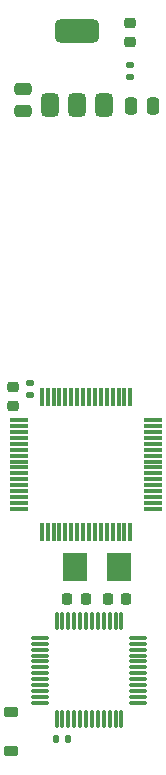
<source format=gtp>
G04 #@! TF.GenerationSoftware,KiCad,Pcbnew,8.0.5*
G04 #@! TF.CreationDate,2024-10-01T14:56:49-07:00*
G04 #@! TF.ProjectId,gr25_nodes,67723235-5f6e-46f6-9465-732e6b696361,rev?*
G04 #@! TF.SameCoordinates,Original*
G04 #@! TF.FileFunction,Paste,Top*
G04 #@! TF.FilePolarity,Positive*
%FSLAX46Y46*%
G04 Gerber Fmt 4.6, Leading zero omitted, Abs format (unit mm)*
G04 Created by KiCad (PCBNEW 8.0.5) date 2024-10-01 14:56:49*
%MOMM*%
%LPD*%
G01*
G04 APERTURE LIST*
G04 Aperture macros list*
%AMRoundRect*
0 Rectangle with rounded corners*
0 $1 Rounding radius*
0 $2 $3 $4 $5 $6 $7 $8 $9 X,Y pos of 4 corners*
0 Add a 4 corners polygon primitive as box body*
4,1,4,$2,$3,$4,$5,$6,$7,$8,$9,$2,$3,0*
0 Add four circle primitives for the rounded corners*
1,1,$1+$1,$2,$3*
1,1,$1+$1,$4,$5*
1,1,$1+$1,$6,$7*
1,1,$1+$1,$8,$9*
0 Add four rect primitives between the rounded corners*
20,1,$1+$1,$2,$3,$4,$5,0*
20,1,$1+$1,$4,$5,$6,$7,0*
20,1,$1+$1,$6,$7,$8,$9,0*
20,1,$1+$1,$8,$9,$2,$3,0*%
G04 Aperture macros list end*
%ADD10RoundRect,0.218750X0.256250X-0.218750X0.256250X0.218750X-0.256250X0.218750X-0.256250X-0.218750X0*%
%ADD11RoundRect,0.250000X-0.475000X0.250000X-0.475000X-0.250000X0.475000X-0.250000X0.475000X0.250000X0*%
%ADD12RoundRect,0.375000X0.375000X-0.625000X0.375000X0.625000X-0.375000X0.625000X-0.375000X-0.625000X0*%
%ADD13RoundRect,0.500000X1.400000X-0.500000X1.400000X0.500000X-1.400000X0.500000X-1.400000X-0.500000X0*%
%ADD14RoundRect,0.135000X-0.185000X0.135000X-0.185000X-0.135000X0.185000X-0.135000X0.185000X0.135000X0*%
%ADD15R,2.000000X2.400000*%
%ADD16RoundRect,0.250000X-0.250000X-0.475000X0.250000X-0.475000X0.250000X0.475000X-0.250000X0.475000X0*%
%ADD17RoundRect,0.225000X-0.225000X-0.250000X0.225000X-0.250000X0.225000X0.250000X-0.225000X0.250000X0*%
%ADD18RoundRect,0.225000X0.225000X0.250000X-0.225000X0.250000X-0.225000X-0.250000X0.225000X-0.250000X0*%
%ADD19RoundRect,0.225000X-0.375000X0.225000X-0.375000X-0.225000X0.375000X-0.225000X0.375000X0.225000X0*%
%ADD20RoundRect,0.075000X-0.075000X0.662500X-0.075000X-0.662500X0.075000X-0.662500X0.075000X0.662500X0*%
%ADD21RoundRect,0.075000X-0.662500X0.075000X-0.662500X-0.075000X0.662500X-0.075000X0.662500X0.075000X0*%
%ADD22RoundRect,0.075000X0.075000X-0.700000X0.075000X0.700000X-0.075000X0.700000X-0.075000X-0.700000X0*%
%ADD23RoundRect,0.075000X0.700000X-0.075000X0.700000X0.075000X-0.700000X0.075000X-0.700000X-0.075000X0*%
%ADD24RoundRect,0.218750X-0.256250X0.218750X-0.256250X-0.218750X0.256250X-0.218750X0.256250X0.218750X0*%
%ADD25RoundRect,0.135000X-0.135000X-0.185000X0.135000X-0.185000X0.135000X0.185000X-0.135000X0.185000X0*%
G04 APERTURE END LIST*
D10*
G04 #@! TO.C,D1*
X123500000Y-31287501D03*
X123500000Y-29712499D03*
G04 #@! TD*
D11*
G04 #@! TO.C,C7*
X114400000Y-35250000D03*
X114400000Y-37150000D03*
G04 #@! TD*
D12*
G04 #@! TO.C,U4*
X116700000Y-36650000D03*
X119000000Y-36649999D03*
D13*
X119000000Y-30350001D03*
D12*
X121300000Y-36650000D03*
G04 #@! TD*
D14*
G04 #@! TO.C,R3*
X123500000Y-33240000D03*
X123500000Y-34260000D03*
G04 #@! TD*
D15*
G04 #@! TO.C,Y1*
X122512501Y-75750000D03*
X118812499Y-75750000D03*
G04 #@! TD*
D16*
G04 #@! TO.C,C6*
X123550000Y-36750000D03*
X125450000Y-36750000D03*
G04 #@! TD*
D17*
G04 #@! TO.C,C9*
X121612500Y-78500000D03*
X123162500Y-78500000D03*
G04 #@! TD*
D18*
G04 #@! TO.C,C10*
X119712500Y-78500000D03*
X118162500Y-78500000D03*
G04 #@! TD*
D19*
G04 #@! TO.C,D4*
X113400000Y-88050000D03*
X113400000Y-91350000D03*
G04 #@! TD*
D20*
G04 #@! TO.C,U5*
X122750000Y-80337500D03*
X122250000Y-80337500D03*
X121750000Y-80337500D03*
X121249999Y-80337500D03*
X120750000Y-80337500D03*
X120250000Y-80337500D03*
X119750000Y-80337500D03*
X119250000Y-80337500D03*
X118750001Y-80337500D03*
X118250000Y-80337500D03*
X117750000Y-80337500D03*
X117250000Y-80337500D03*
D21*
X115837500Y-81750000D03*
X115837500Y-82250000D03*
X115837500Y-82750000D03*
X115837500Y-83250001D03*
X115837500Y-83750000D03*
X115837500Y-84250000D03*
X115837500Y-84750000D03*
X115837500Y-85250000D03*
X115837500Y-85749999D03*
X115837500Y-86250000D03*
X115837500Y-86750000D03*
X115837500Y-87250000D03*
D20*
X117250000Y-88662500D03*
X117750000Y-88662500D03*
X118250000Y-88662500D03*
X118750001Y-88662500D03*
X119250000Y-88662500D03*
X119750000Y-88662500D03*
X120250000Y-88662500D03*
X120750000Y-88662500D03*
X121249999Y-88662500D03*
X121750000Y-88662500D03*
X122250000Y-88662500D03*
X122750000Y-88662500D03*
D21*
X124162500Y-87250000D03*
X124162500Y-86750000D03*
X124162500Y-86250000D03*
X124162500Y-85749999D03*
X124162500Y-85250000D03*
X124162500Y-84750000D03*
X124162500Y-84250000D03*
X124162500Y-83750000D03*
X124162500Y-83250001D03*
X124162500Y-82750000D03*
X124162500Y-82250000D03*
X124162500Y-81750000D03*
G04 #@! TD*
D14*
G04 #@! TO.C,R18*
X115000000Y-60190000D03*
X115000000Y-61210000D03*
G04 #@! TD*
D22*
G04 #@! TO.C,U1*
X116000001Y-72750000D03*
X116500000Y-72750000D03*
X117000000Y-72750000D03*
X117500000Y-72750000D03*
X118000000Y-72750000D03*
X118500001Y-72750000D03*
X119000000Y-72750000D03*
X119500000Y-72750000D03*
X120000000Y-72750000D03*
X120500000Y-72750000D03*
X120999999Y-72750000D03*
X121500000Y-72750000D03*
X122000000Y-72750000D03*
X122500000Y-72750000D03*
X123000000Y-72750000D03*
X123499999Y-72750000D03*
D23*
X125425000Y-70824999D03*
X125425000Y-70325000D03*
X125425000Y-69825000D03*
X125425000Y-69325000D03*
X125425000Y-68825000D03*
X125425000Y-68324999D03*
X125425000Y-67825000D03*
X125425000Y-67325000D03*
X125425000Y-66825000D03*
X125425000Y-66325000D03*
X125425000Y-65825001D03*
X125425000Y-65325000D03*
X125425000Y-64825000D03*
X125425000Y-64325000D03*
X125425000Y-63825000D03*
X125425000Y-63325001D03*
D22*
X123499999Y-61400000D03*
X123000000Y-61400000D03*
X122500000Y-61400000D03*
X122000000Y-61400000D03*
X121500000Y-61400000D03*
X120999999Y-61400000D03*
X120500000Y-61400000D03*
X120000000Y-61400000D03*
X119500000Y-61400000D03*
X119000000Y-61400000D03*
X118500001Y-61400000D03*
X118000000Y-61400000D03*
X117500000Y-61400000D03*
X117000000Y-61400000D03*
X116500000Y-61400000D03*
X116000001Y-61400000D03*
D23*
X114075000Y-63325001D03*
X114075000Y-63825000D03*
X114075000Y-64325000D03*
X114075000Y-64825000D03*
X114075000Y-65325000D03*
X114075000Y-65825001D03*
X114075000Y-66325000D03*
X114075000Y-66825000D03*
X114075000Y-67325000D03*
X114075000Y-67825000D03*
X114075000Y-68324999D03*
X114075000Y-68825000D03*
X114075000Y-69325000D03*
X114075000Y-69825000D03*
X114075000Y-70325000D03*
X114075000Y-70824999D03*
G04 #@! TD*
D24*
G04 #@! TO.C,D5*
X113600000Y-60512500D03*
X113600000Y-62087500D03*
G04 #@! TD*
D25*
G04 #@! TO.C,R12*
X117200000Y-90300000D03*
X118219998Y-90300000D03*
G04 #@! TD*
M02*

</source>
